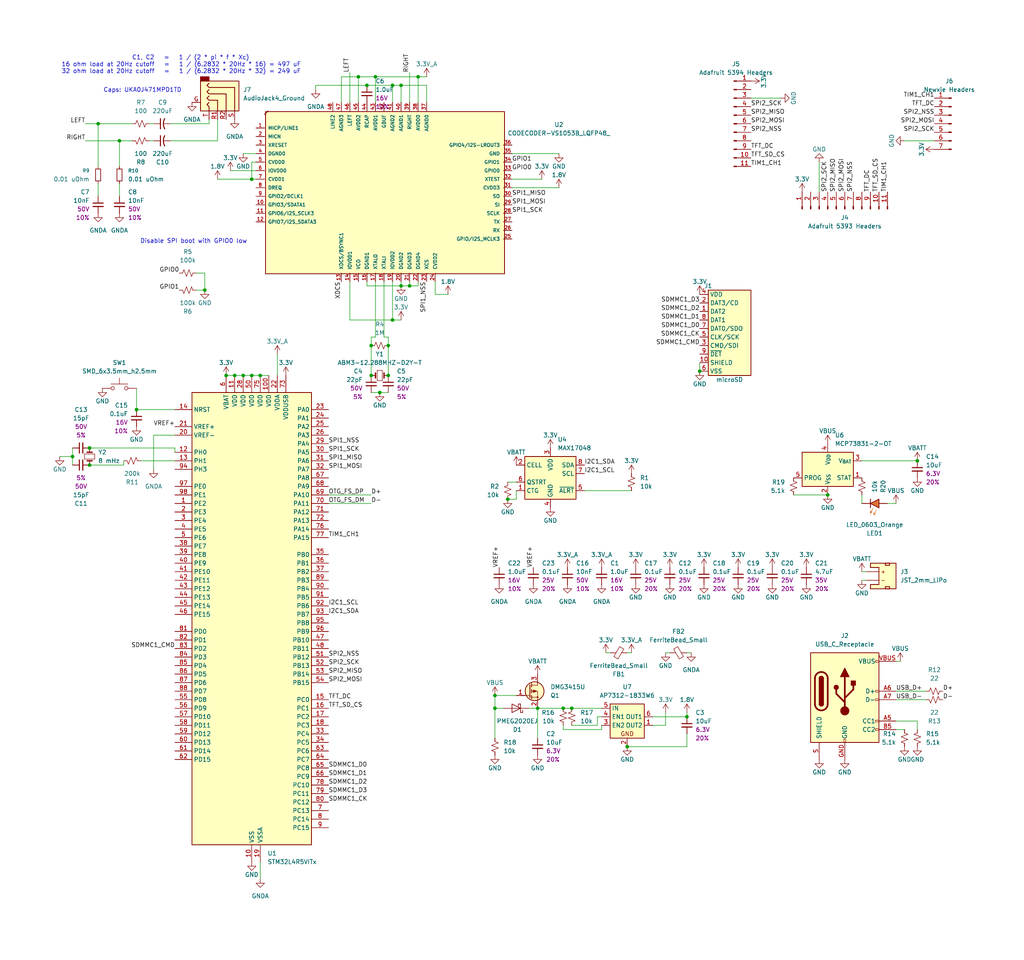
<source format=kicad_sch>
(kicad_sch (version 20250114) (generator "eeschema") (generator_version "9.0")
  (paper "User" 304.8 285.75)
  (title_block (title "MY-MP3") (date "2025-10-24") (rev "3") (company "M.Y.Tech"))
  (text "Disable SPI boot with GPIO0 low\n" (at 57.658 71.882 0) (effects (font (size 1.27 1.27))))
  (text "				 C1, C2   =   1 / (2 * pi * f * Xc)\n16 ohm load at 20Hz cutoff   =   1 / (6.2832 * 20Hz * 16) = 497 uF\n32 ohm load at 20Hz cutoff   =   1 / (6.2832 * 20Hz * 32) = 249 uF" (at 18.288 19.304 0) (effects (font (size 1.27 1.27)) (justify left)))
  (text "Caps: UKA0J471MPD1TD\n" (at 42.418 26.924 0) (effects (font (size 1.27 1.27))))
  (junction (at 273.05 137.16))
  (junction (at 204.47 213.36))
  (junction (at 121.92 85.09))
  (junction (at 29.21 36.83))
  (junction (at 115.57 102.87))
  (junction (at 170.18 210.82))
  (junction (at 160.02 210.82))
  (junction (at 186.69 222.25))
  (junction (at 69.85 111.76))
  (junction (at 26.67 138.43))
  (junction (at 67.31 111.76))
  (junction (at 106.68 22.86))
  (junction (at 110.49 111.76))
  (junction (at 147.32 210.82))
  (junction (at 116.84 25.4))
  (junction (at 35.56 41.91))
  (junction (at 124.46 22.86))
  (junction (at 115.57 111.76))
  (junction (at 74.93 111.76))
  (junction (at 72.39 111.76))
  (junction (at 77.47 111.76))
  (junction (at 119.38 25.4))
  (junction (at 151.13 148.59))
  (junction (at 60.96 86.36))
  (junction (at 111.76 22.86))
  (junction (at 113.03 116.84))
  (junction (at 208.28 110.49))
  (junction (at 246.38 147.32))
  (junction (at 119.38 85.09))
  (junction (at 110.49 102.87))
  (junction (at 26.67 133.35))
  (junction (at 109.22 25.4))
  (junction (at 21.59 135.89))
  (junction (at 40.64 121.92))
  (junction (at 116.84 95.25))
  (junction (at 147.32 207.01))
  (junction (at 167.64 210.82))
  (junction (at 74.93 53.34))
  (wire (pts (xy 177.8 215.9) (xy 177.8 213.36)))
  (wire (pts (xy 187.96 194.31) (xy 186.69 194.31)))
  (wire (pts (xy 29.21 36.83) (xy 39.37 36.83)))
  (wire (pts (xy 26.67 138.43) (xy 36.83 138.43)))
  (wire (pts (xy 52.07 133.35) (xy 52.07 134.62)))
  (wire (pts (xy 157.48 210.82) (xy 160.02 210.82)))
  (wire (pts (xy 45.72 36.83) (xy 44.45 36.83)))
  (wire (pts (xy 40.64 121.92) (xy 52.07 121.92)))
  (wire (pts (xy 151.13 143.51) (xy 153.67 143.51)))
  (wire (pts (xy 127 25.4) (xy 119.38 25.4)))
  (wire (pts (xy 69.85 111.76) (xy 72.39 111.76)))
  (wire (pts (xy 114.3 100.33) (xy 115.57 100.33)))
  (wire (pts (xy 179.07 217.17) (xy 179.07 215.9)))
  (wire (pts (xy 127 25.4) (xy 127 30.48)))
  (wire (pts (xy 204.47 222.25) (xy 204.47 218.44)))
  (wire (pts (xy 124.46 22.86) (xy 124.46 30.48)))
  (wire (pts (xy 77.47 111.76) (xy 80.01 111.76)))
  (wire (pts (xy 269.24 41.91) (xy 278.13 41.91)))
  (wire (pts (xy 147.32 207.01) (xy 147.32 210.82)))
  (wire (pts (xy 198.12 215.9) (xy 194.31 215.9)))
  (wire (pts (xy 129.54 87.63) (xy 129.54 83.82)))
  (wire (pts (xy 119.38 85.09) (xy 119.38 83.82)))
  (wire (pts (xy 60.96 81.28) (xy 60.96 86.36)))
  (wire (pts (xy 106.68 22.86) (xy 101.6 22.86)))
  (wire (pts (xy 153.67 146.05) (xy 153.67 148.59)))
  (wire (pts (xy 170.18 210.82) (xy 179.07 210.82)))
  (wire (pts (xy 74.93 48.26) (xy 74.93 53.34)))
  (wire (pts (xy 177.8 213.36) (xy 179.07 213.36)))
  (wire (pts (xy 266.7 208.28) (xy 275.59 208.28)))
  (wire (pts (xy 116.84 25.4) (xy 116.84 30.48)))
  (wire (pts (xy 67.31 111.76) (xy 69.85 111.76)))
  (wire (pts (xy 167.64 217.17) (xy 179.07 217.17)))
  (wire (pts (xy 109.22 85.09) (xy 119.38 85.09)))
  (wire (pts (xy 121.92 85.09) (xy 119.38 85.09)))
  (wire (pts (xy 127 22.86) (xy 124.46 22.86)))
  (wire (pts (xy 104.14 95.25) (xy 116.84 95.25)))
  (wire (pts (xy 104.14 83.82) (xy 104.14 95.25)))
  (wire (pts (xy 204.47 212.09) (xy 204.47 213.36)))
  (wire (pts (xy 236.22 147.32) (xy 246.38 147.32)))
  (wire (pts (xy 152.4 55.88) (xy 166.37 55.88)))
  (wire (pts (xy 106.68 22.86) (xy 106.68 30.48)))
  (wire (pts (xy 115.57 100.33) (xy 115.57 102.87)))
  (wire (pts (xy 68.58 50.8) (xy 76.2 50.8)))
  (wire (pts (xy 82.55 105.41) (xy 82.55 111.76)))
  (wire (pts (xy 256.54 149.86) (xy 256.54 147.32)))
  (wire (pts (xy 198.12 212.09) (xy 198.12 215.9)))
  (wire (pts (xy 116.84 83.82) (xy 116.84 95.25)))
  (wire (pts (xy 205.74 194.31) (xy 204.47 194.31)))
  (wire (pts (xy 35.56 54.61) (xy 35.56 58.42)))
  (wire (pts (xy 64.77 41.91) (xy 64.77 35.56)))
  (wire (pts (xy 110.49 100.33) (xy 110.49 102.87)))
  (wire (pts (xy 36.83 138.43) (xy 36.83 137.16)))
  (wire (pts (xy 264.16 149.86) (xy 266.7 149.86)))
  (wire (pts (xy 111.76 22.86) (xy 106.68 22.86)))
  (wire (pts (xy 101.6 22.86) (xy 101.6 30.48)))
  (wire (pts (xy 21.59 135.89) (xy 21.59 138.43)))
  (wire (pts (xy 147.32 210.82) (xy 147.32 219.71)))
  (wire (pts (xy 109.22 83.82) (xy 109.22 85.09)))
  (wire (pts (xy 60.96 81.28) (xy 58.42 81.28)))
  (wire (pts (xy 58.42 86.36) (xy 60.96 86.36)))
  (wire (pts (xy 110.49 116.84) (xy 113.03 116.84)))
  (wire (pts (xy 124.46 22.86) (xy 111.76 22.86)))
  (wire (pts (xy 97.79 149.86) (xy 110.49 149.86)))
  (wire (pts (xy 267.97 196.85) (xy 266.7 196.85)))
  (wire (pts (xy 26.67 133.35) (xy 52.07 133.35)))
  (wire (pts (xy 121.92 83.82) (xy 121.92 85.09)))
  (wire (pts (xy 116.84 25.4) (xy 109.22 25.4)))
  (wire (pts (xy 111.76 100.33) (xy 110.49 100.33)))
  (wire (pts (xy 273.05 214.63) (xy 266.7 214.63)))
  (wire (pts (xy 113.03 116.84) (xy 115.57 116.84)))
  (wire (pts (xy 50.8 36.83) (xy 62.23 36.83)))
  (wire (pts (xy 243.84 48.26) (xy 243.84 57.15)))
  (wire (pts (xy 160.02 219.71) (xy 160.02 210.82)))
  (wire (pts (xy 62.23 36.83) (xy 62.23 35.56)))
  (wire (pts (xy 198.12 194.31) (xy 199.39 194.31)))
  (wire (pts (xy 170.18 215.9) (xy 177.8 215.9)))
  (wire (pts (xy 111.76 83.82) (xy 111.76 100.33)))
  (wire (pts (xy 160.02 210.82) (xy 167.64 210.82)))
  (wire (pts (xy 147.32 207.01) (xy 153.67 207.01)))
  (wire (pts (xy 104.14 21.59) (xy 104.14 30.48)))
  (wire (pts (xy 35.56 41.91) (xy 35.56 49.53)))
  (wire (pts (xy 72.39 45.72) (xy 76.2 45.72)))
  (wire (pts (xy 273.05 137.16) (xy 256.54 137.16)))
  (wire (pts (xy 74.93 53.34) (xy 76.2 53.34)))
  (wire (pts (xy 45.72 129.54) (xy 52.07 129.54)))
  (wire (pts (xy 186.69 222.25) (xy 204.47 222.25)))
  (wire (pts (xy 74.93 111.76) (xy 77.47 111.76)))
  (wire (pts (xy 153.67 148.59) (xy 151.13 148.59)))
  (wire (pts (xy 167.64 215.9) (xy 167.64 217.17)))
  (wire (pts (xy 17.78 135.89) (xy 21.59 135.89)))
  (wire (pts (xy 152.4 45.72) (xy 166.37 45.72)))
  (wire (pts (xy 64.77 53.34) (xy 74.93 53.34)))
  (wire (pts (xy 50.8 41.91) (xy 64.77 41.91)))
  (wire (pts (xy 93.98 25.4) (xy 109.22 25.4)))
  (wire (pts (xy 124.46 85.09) (xy 121.92 85.09)))
  (wire (pts (xy 133.35 87.63) (xy 129.54 87.63)))
  (wire (pts (xy 25.4 36.83) (xy 29.21 36.83)))
  (wire (pts (xy 45.72 139.7) (xy 45.72 129.54)))
  (wire (pts (xy 35.56 41.91) (xy 39.37 41.91)))
  (wire (pts (xy 41.91 137.16) (xy 52.07 137.16)))
  (wire (pts (xy 25.4 41.91) (xy 35.56 41.91)))
  (wire (pts (xy 40.64 115.57) (xy 40.64 121.92)))
  (wire (pts (xy 121.92 21.59) (xy 121.92 30.48)))
  (wire (pts (xy 266.7 217.17) (xy 269.24 217.17)))
  (wire (pts (xy 180.34 194.31) (xy 181.61 194.31)))
  (wire (pts (xy 93.98 26.67) (xy 93.98 25.4)))
  (wire (pts (xy 119.38 25.4) (xy 116.84 25.4)))
  (wire (pts (xy 97.79 147.32) (xy 110.49 147.32)))
  (wire (pts (xy 124.46 83.82) (xy 124.46 85.09)))
  (wire (pts (xy 256.54 170.18) (xy 257.81 170.18)))
  (wire (pts (xy 194.31 213.36) (xy 204.47 213.36)))
  (wire (pts (xy 266.7 205.74) (xy 275.59 205.74)))
  (wire (pts (xy 152.4 53.34) (xy 161.29 53.34)))
  (wire (pts (xy 77.47 261.62) (xy 77.47 256.54)))
  (wire (pts (xy 21.59 133.35) (xy 21.59 135.89)))
  (wire (pts (xy 232.41 29.21) (xy 223.52 29.21)))
  (wire (pts (xy 173.99 146.05) (xy 187.96 146.05)))
  (wire (pts (xy 147.32 210.82) (xy 149.86 210.82)))
  (wire (pts (xy 72.39 111.76) (xy 74.93 111.76)))
  (wire (pts (xy 29.21 36.83) (xy 29.21 49.53)))
  (wire (pts (xy 29.21 54.61) (xy 29.21 58.42)))
  (wire (pts (xy 273.05 217.17) (xy 273.05 214.63)))
  (wire (pts (xy 119.38 25.4) (xy 119.38 30.48)))
  (wire (pts (xy 76.2 48.26) (xy 74.93 48.26)))
  (wire (pts (xy 114.3 83.82) (xy 114.3 100.33)))
  (wire (pts (xy 167.64 210.82) (xy 170.18 210.82)))
  (wire (pts (xy 115.57 102.87) (xy 115.57 111.76)))
  (wire (pts (xy 208.28 107.95) (xy 208.28 110.49)))
  (wire (pts (xy 116.84 95.25) (xy 119.38 95.25)))
  (wire (pts (xy 111.76 22.86) (xy 111.76 30.48)))
  (wire (pts (xy 44.45 41.91) (xy 45.72 41.91)))
  (wire (pts (xy 110.49 102.87) (xy 110.49 111.76)))
  (wire (pts (xy 256.54 172.72) (xy 257.81 172.72)))
  (label "LEFT" (at 104.14 21.59 90))
  (label "D+" (at 280.67 205.74 0))
  (label "SPI1_MOSI" (at 97.79 139.7 0))
  (label "SPI1_SCK" (at 152.4 63.5 0))
  (label "TIM1_CH1" (at 223.52 49.53 0))
  (label "SDMMC1_CMD" (at 52.07 193.04 180))
  (label "SPI2_MISO" (at 248.92 57.15 90))
  (label "SPI2_MISO" (at 223.52 34.29 0))
  (label "TFT_DC" (at 278.13 31.75 180))
  (label "SDMMC1_D1" (at 97.79 231.14 0))
  (label "SDMMC1_D0" (at 208.28 97.79 180))
  (label "SPI1_MISO" (at 97.79 137.16 0))
  (label "SDMMC1_D2" (at 208.28 92.71 180))
  (label "TFT_DC" (at 223.52 44.45 0))
  (label "SPI2_SCK" (at 223.52 31.75 0))
  (label "SDMMC1_D3" (at 208.28 90.17 180))
  (label "RIGHT" (at 121.92 21.59 90))
  (label "USB_D-" (at 266.7 208.28 0))
  (label "TIM1_CH1" (at 97.79 160.02 0))
  (label "SDMMC1_D0" (at 97.79 228.6 0))
  (label "I2C1_SCL" (at 97.79 180.34 0))
  (label "TFT_SD_CS" (at 261.62 57.15 90))
  (label "OTG_FS_DM" (at 97.79 149.86 0))
  (label "SPI2_MOSI" (at 223.52 36.83 0))
  (label "TFT_DC" (at 97.79 208.28 0))
  (label "SDMMC1_D2" (at 97.79 233.68 0))
  (label "TFT_SD_CS" (at 223.52 46.99 0))
  (label "SPI2_MISO" (at 97.79 200.66 0))
  (label "RIGHT" (at 25.4 41.91 180))
  (label "I2C1_SDA" (at 97.79 182.88 0))
  (label "D-" (at 280.67 208.28 0))
  (label "I2C1_SCL" (at 173.99 140.97 0))
  (label "USB_D+" (at 266.7 205.74 0))
  (label "TFT_DC" (at 259.08 57.15 90))
  (label "GPIO1" (at 152.4 48.26 0))
  (label "SPI2_MOSI" (at 97.79 203.2 0))
  (label "SDMMC1_D3" (at 97.79 236.22 0))
  (label "SPI2_SCK" (at 246.38 57.15 90))
  (label "GPIO0" (at 152.4 50.8 0))
  (label "SPI1_NSS" (at 127 83.82 270))
  (label "SPI2_NSS" (at 254 57.15 90))
  (label "SPI2_NSS" (at 278.13 34.29 180))
  (label "VREF+" (at 148.59 168.91 90))
  (label "LEFT" (at 25.4 36.83 180))
  (label "SPI2_SCK" (at 97.79 198.12 0))
  (label "D+" (at 110.49 147.32 0))
  (label "SPI2_NSS" (at 97.79 195.58 0))
  (label "SPI1_SCK" (at 97.79 134.62 0))
  (label "SPI1_MOSI" (at 152.4 60.96 0))
  (label "SDMMC1_CMD" (at 208.28 102.87 180))
  (label "SPI2_MOSI" (at 278.13 36.83 180))
  (label "XDCS" (at 101.6 83.82 270))
  (label "OTG_FS_DP" (at 97.79 147.32 0))
  (label "TIM1_CH1" (at 278.13 29.21 180))
  (label "SPI2_MOSI" (at 251.46 57.15 90))
  (label "SPI1_NSS" (at 97.79 132.08 0))
  (label "I2C1_SDA" (at 173.99 138.43 0))
  (label "VREF+" (at 52.07 127 180))
  (label "D-" (at 110.49 149.86 0))
  (label "GPIO0" (at 53.34 81.28 180))
  (label "SDMMC1_D1" (at 208.28 95.25 180))
  (label "SPI2_SCK" (at 278.13 39.37 180))
  (label "SPI2_NSS" (at 223.52 39.37 0))
  (label "SDMMC1_CK" (at 208.28 100.33 180))
  (label "SPI1_MISO" (at 152.4 58.42 0))
  (label "SDMMC1_CK" (at 97.79 238.76 0))
  (label "TIM1_CH1" (at 264.16 57.15 90))
  (label "GPIO1" (at 53.34 86.36 180))
  (label "VREF+" (at 158.75 168.91 90))
  (label "TFT_SD_CS" (at 97.79 210.82 0))
  (symbol (lib_id "PCM_LED_AKL:LED_0603_Orange") (at 260.35 149.86 180) (unit 1)
    (property "Reference" "LED1" (at 260.35 158.75 0))
    (property "Value" "LED_0603_Orange" (at 260.35 156.21 0))
    (property "Footprint" "PCM_LED_SMD_AKL:LED_0603_1608Metric" (effects (hide yes)))
    (property "Description" "Orange SMD LED, 0603, Alternate KiCad Library" (effects (hide yes)))
  )
  (symbol (lib_id "PCM_SparkFun-Capacitor:1.0uF_0603_16V_10%") (at 179.07 171.45 180) (unit 1)
    (property "Reference" "C1" (at 181.61 167.6335 0) (effects (justify right)))
    (property "Value" "1.0uF" (at 181.61 170.1735 0) (effects (justify right)))
    (property "Footprint" "PCM_SparkFun-Capacitor:C_0603_1608Metric" (effects (hide yes)))
    (property "Datasheet" "https://cdn.sparkfun.com/assets/8/a/4/a/5/Kemet_Capacitor_Datasheet.pdf" (effects (hide yes)))
    (property "Description" "Unpolarized capacitor" (effects (hide yes)))
    (property "PROD_ID" "CAP-13930" (effects (hide yes)))
    (property "Voltage" "16V" (at 181.61 172.7135 0) (effects (justify right)))
    (property "Tolerance" "10%" (at 181.61 175.2535 0) (effects (justify right)))
  )
  (symbol (lib_id "PCM_SparkFun-Capacitor:22pF_0402_50V_5%") (at 115.57 114.3 0) (unit 1)
    (property "Reference" "C5" (at 118.11 110.4962 0) (effects (justify left)))
    (property "Value" "22pF" (at 118.11 113.0362 0) (effects (justify left)))
    (property "Footprint" "PCM_SparkFun-Capacitor:C_0402_1005Metric" (effects (hide yes)))
    (property "Datasheet" "https://cdn.sparkfun.com/assets/8/a/4/a/5/Kemet_Capacitor_Datasheet.pdf" (effects (hide yes)))
    (property "Description" "Unpolarized capacitor" (effects (hide yes)))
    (property "PROD_ID" "CAP-25012" (effects (hide yes)))
    (property "Voltage" "50V" (at 118.11 115.5762 0) (effects (justify left)))
    (property "Tolerance" "5%" (at 118.11 118.1162 0) (effects (justify left)))
  )
  (symbol (lib_id "Battery_Management:MCP73831-2-OT") (at 246.38 139.7 0) (unit 1)
    (property "Reference" "U6" (at 248.5233 129.54 0) (effects (justify left)))
    (property "Value" "MCP73831-2-OT" (at 248.5233 132.08 0) (effects (justify left)))
    (property "Footprint" "Package_TO_SOT_SMD:SOT-23-5" (effects (hide yes)))
    (property "Datasheet" "http://ww1.microchip.com/downloads/en/DeviceDoc/20001984g.pdf" (effects (hide yes)))
    (property "Description" "Single cell, Li-Ion/Li-Po charge management controller, 4.20V, Tri-State Status Output, in SOT23-5 package" (effects (hide yes)))
  )
  (symbol (lib_id "PCM_SparkFun-Connector:microSD_PushPush") (at 217.17 100.33 0) (unit 1)
    (property "Reference" "J1" (at 210.82 85.09 0))
    (property "Value" "microSD" (at 217.17 113.03 0))
    (property "Footprint" "PCM_SparkFun-Connector:microSD_External_Pin" (effects (hide yes)))
    (property "Datasheet" "https://cdn.sparkfun.com/assets/a/d/6/0/8/microSD_Datasheet_msd-1-a.pdf" (effects (hide yes)))
    (property "Description" "Micro SD socket External Pin" (effects (hide yes)))
    (property "PROD_ID" "CONN-16110" (effects (hide yes)))
  )
  (symbol (lib_id "PCM_SparkFun-PowerSymbol:VBUS") (at 147.32 207.01 0) (unit 1)
    (property "Reference" "#PWR054" (effects (hide yes)))
    (property "Value" "VBUS" (at 147.32 203.2 0))
    (property "Description" "Power symbol creates a global label with name \"VBUS\"" (effects (hide yes)))
  )
  (symbol (lib_id "PCM_SparkFun-Connector:USB_C_Receptacle") (at 251.46 205.74 0) (unit 1)
    (property "Reference" "J2" (at 251.46 189.23 0))
    (property "Value" "USB_C_Receptacle" (at 251.46 191.77 0))
    (property "Footprint" "PCM_SparkFun-Connector:USB-C_16" (effects (hide yes)))
    (property "Datasheet" "https://www.usb.org/sites/default/files/documents/usb_type-c.zip" (effects (hide yes)))
    (property "Description" "USB 2.0-only Type-C Receptacle connector" (effects (hide yes)))
    (property "PROD_ID" "CONN-14122" (effects (hide yes)))
  )
  (symbol (lib_id "PCM_SparkFun-Resistor:200k_0603") (at 39.37 137.16 0) (mirror y) (unit 1)
    (property "Reference" "R11" (at 39.37 143.51 0))
    (property "Value" "200k" (at 39.37 140.97 0))
    (property "Footprint" "PCM_SparkFun-Resistor:R_0603_1608Metric" (effects (hide yes)))
    (property "Datasheet" "https://www.vishay.com/docs/20035/dcrcwe3.pdf" (effects (hide yes)))
    (property "Description" "Resistor" (effects (hide yes)))
    (property "PROD_ID" "RES-09385" (effects (hide yes)))
  )
  (symbol (lib_id "PCM_SparkFun-Resistor:5.1k_0603") (at 273.05 219.71 270) (mirror x) (unit 1)
    (property "Reference" "R15" (at 275.59 218.4399 90) (effects (justify left)))
    (property "Value" "5.1k" (at 275.59 220.9799 90) (effects (justify left)))
    (property "Footprint" "PCM_SparkFun-Resistor:R_0603_1608Metric" (effects (hide yes)))
    (property "Datasheet" "https://www.vishay.com/docs/20035/dcrcwe3.pdf" (effects (hide yes)))
    (property "Description" "Resistor" (effects (hide yes)))
    (property "PROD_ID" "RES-12083" (effects (hide yes)))
  )
  (symbol (lib_id "power:GNDA") (at 57.15 30.48 0) (unit 1)
    (property "Reference" "#PWR044" (effects (hide yes)))
    (property "Value" "GNDA" (at 57.15 35.56 0))
    (property "Description" "Power symbol creates a global label with name \"GNDA\" , analog ground" (effects (hide yes)))
  )
  (symbol (lib_id "PCM_SparkFun-PowerSymbol:GND") (at 119.38 85.09 0) (unit 1)
    (property "Reference" "#PWR035" (effects (hide yes)))
    (property "Value" "GND" (at 119.38 88.9 0))
    (property "Description" "Power symbol creates a global label with name \"GND\" , ground" (effects (hide yes)))
  )
  (symbol (lib_id "PCM_SparkFun-Resistor:10k_0603") (at 147.32 222.25 90) (unit 1)
    (property "Reference" "R18" (at 149.86 220.9799 90) (effects (justify right)))
    (property "Value" "10k" (at 149.86 223.5199 90) (effects (justify right)))
    (property "Footprint" "PCM_SparkFun-Resistor:R_0603_1608Metric" (effects (hide yes)))
    (property "Datasheet" "https://www.vishay.com/docs/20035/dcrcwe3.pdf" (effects (hide yes)))
    (property "Description" "Resistor" (effects (hide yes)))
    (property "PROD_ID" "RES-00824" (effects (hide yes)))
  )
  (symbol (lib_id "PCM_SparkFun-PowerSymbol:3.3V") (at 187.96 140.97 0) (unit 1)
    (property "Reference" "#PWR06" (effects (hide yes)))
    (property "Value" "3.3V" (at 187.96 137.16 0))
    (property "Description" "Power symbol creates a global label with name \"3.3V\"" (effects (hide yes)))
  )
  (symbol (lib_id "Device:FerriteBead_Small") (at 201.93 194.31 270) (mirror x) (unit 1)
    (property "Reference" "FB2" (at 201.9681 187.96 90))
    (property "Value" "FerriteBead_Small" (at 201.9681 190.5 90))
    (property "Footprint" "Inductor_SMD:L_0603_1608Metric_Pad1.05x0.95mm_HandSolder" (effects (hide yes)))
    (property "Description" "Ferrite bead, small symbol" (effects (hide yes)))
  )
  (symbol (lib_id "PCM_SparkFun-Resistor:5.1k_0603") (at 236.22 144.78 90) (unit 1)
    (property "Reference" "R19" (at 233.68 143.5099 90) (effects (justify left)))
    (property "Value" "5.1k" (at 233.68 146.0499 90) (effects (justify left)))
    (property "Footprint" "PCM_SparkFun-Resistor:R_0603_1608Metric" (effects (hide yes)))
    (property "Datasheet" "https://www.vishay.com/docs/20035/dcrcwe3.pdf" (effects (hide yes)))
    (property "Description" "Resistor" (effects (hide yes)))
    (property "PROD_ID" "RES-12083" (effects (hide yes)))
  )
  (symbol (lib_id "PCM_SparkFun-PowerSymbol:3.3V") (at 199.39 168.91 0) (unit 1)
    (property "Reference" "#PWR057" (effects (hide yes)))
    (property "Value" "3.3V" (at 199.39 165.1 0))
    (property "Description" "Power symbol creates a global label with name \"3.3V\"" (effects (hide yes)))
  )
  (symbol (lib_id "PCM_SparkFun-PowerSymbol:GND") (at 199.39 173.99 0) (unit 1)
    (property "Reference" "#PWR074" (effects (hide yes)))
    (property "Value" "GND" (at 199.39 177.8 0))
    (property "Description" "Power symbol creates a global label with name \"GND\" , ground" (effects (hide yes)))
  )
  (symbol (lib_id "PCM_SparkFun-PowerSymbol:3.3V_A") (at 179.07 168.91 0) (unit 1)
    (property "Reference" "#PWR025" (effects (hide yes)))
    (property "Value" "3.3V_A" (at 179.07 165.1 0))
    (property "Description" "Power symbol creates a global label with name \"3.3V_A\"" (effects (hide yes)))
  )
  (symbol (lib_id "PCM_SparkFun-PowerSymbol:GND") (at 17.78 135.89 0) (unit 1)
    (property "Reference" "#PWR047" (effects (hide yes)))
    (property "Value" "GND" (at 17.78 139.7 0))
    (property "Description" "Power symbol creates a global label with name \"GND\" , ground" (effects (hide yes)))
  )
  (symbol (lib_id "PCM_SparkFun-PowerSymbol:3.3V") (at 219.71 168.91 0) (unit 1)
    (property "Reference" "#PWR071" (effects (hide yes)))
    (property "Value" "3.3V" (at 219.71 165.1 0))
    (property "Description" "Power symbol creates a global label with name \"3.3V\"" (effects (hide yes)))
  )
  (symbol (lib_id "PCM_SparkFun-PowerSymbol:3.3V") (at 85.09 111.76 0) (unit 1)
    (property "Reference" "#PWR066" (effects (hide yes)))
    (property "Value" "3.3V" (at 85.09 107.95 0))
    (property "Description" "Power symbol creates a global label with name \"3.3V\"" (effects (hide yes)))
  )
  (symbol (lib_id "PCM_SparkFun-PowerSymbol:GND") (at 186.69 222.25 0) (unit 1)
    (property "Reference" "#PWR029" (effects (hide yes)))
    (property "Value" "GND" (at 186.69 226.06 0))
    (property "Description" "Power symbol creates a global label with name \"GND\" , ground" (effects (hide yes)))
  )
  (symbol (lib_id "PCM_SparkFun-PowerSymbol:VBUS") (at 267.97 196.85 0) (unit 1)
    (property "Reference" "#PWR048" (effects (hide yes)))
    (property "Value" "VBUS" (at 267.97 193.04 0))
    (property "Description" "Power symbol creates a global label with name \"VBUS\"" (effects (hide yes)))
  )
  (symbol (lib_id "Device:C_Small_US") (at 48.26 41.91 90) (mirror x) (unit 1)
    (property "Reference" "C10" (at 48.387 48.26 90))
    (property "Value" "220uF" (at 48.387 45.72 90))
    (property "Description" "capacitor, small US symbol" (effects (hide yes)))
  )
  (symbol (lib_id "PCM_SparkFun-PowerSymbol:GND") (at 198.12 194.31 0) (unit 1)
    (property "Reference" "#PWR022" (effects (hide yes)))
    (property "Value" "GND" (at 198.12 198.12 0))
    (property "Description" "Power symbol creates a global label with name \"GND\" , ground" (effects (hide yes)))
  )
  (symbol (lib_id "Device:R_Small") (at 35.56 52.07 0) (mirror y) (unit 1)
    (property "Reference" "R10" (at 38.1 50.7999 0) (effects (font (size 1.016 1.016)) (justify right)))
    (property "Value" "0.01 uOhm" (at 38.1 53.3399 0) (effects (justify right)))
    (property "Description" "Resistor, small symbol" (effects (hide yes)))
  )
  (symbol (lib_id "Connector:Conn_01x07_Pin") (at 283.21 36.83 0) (mirror y) (unit 1)
    (property "Reference" "J6" (at 282.575 24.13 0))
    (property "Value" "Newxie Headers" (at 282.575 26.67 0))
    (property "Footprint" "Connector_PinSocket_2.54mm:PinSocket_1x07_P2.54mm_Vertical" (effects (hide yes)))
    (property "Description" "Generic connector, single row, 01x07, script generated" (effects (hide yes)))
  )
  (symbol (lib_id "PCM_SparkFun-PowerSymbol:3.3V") (at 278.13 44.45 90) (unit 1)
    (property "Reference" "#PWR019" (effects (hide yes)))
    (property "Value" "3.3V" (at 274.32 44.45 0))
    (property "Description" "Power symbol creates a global label with name \"3.3V\"" (effects (hide yes)))
  )
  (symbol (lib_id "Connector:Conn_01x11_Pin") (at 251.46 62.23 90) (unit 1)
    (property "Reference" "J4" (at 251.46 64.77 90))
    (property "Value" "Adafruit 5393 Headers" (at 251.46 67.31 90))
    (property "Footprint" "Connector_PinSocket_2.54mm:PinSocket_1x11_P2.54mm_Vertical" (effects (hide yes)))
    (property "Description" "Generic connector, single row, 01x11, script generated" (effects (hide yes)))
  )
  (symbol (lib_id "PCM_SparkFun-PowerSymbol:3.3V") (at 240.03 168.91 0) (unit 1)
    (property "Reference" "#PWR079" (effects (hide yes)))
    (property "Value" "3.3V" (at 240.03 165.1 0))
    (property "Description" "Power symbol creates a global label with name \"3.3V\"" (effects (hide yes)))
  )
  (symbol (lib_id "MCU_ST_STM32L4:STM32L4R5VITx") (at 74.93 185.42 0) (unit 1)
    (property "Reference" "U1" (at 79.6133 254 0) (effects (justify left)))
    (property "Value" "STM32L4R5VITx" (at 79.6133 256.54 0) (effects (justify left)))
    (property "Footprint" "Package_QFP:LQFP-100_14x14mm_P0.5mm" (effects (hide yes)))
    (property "Datasheet" "https://www.st.com/resource/en/datasheet/stm32l4r5vi.pdf" (effects (hide yes)))
    (property "Description" "STMicroelectronics Arm Cortex-M4 MCU, 2048KB flash, 640KB RAM, 120 MHz, 1.71-3.6V, 83 GPIO, LQFP100" (effects (hide yes)))
  )
  (symbol (lib_id "PCM_SparkFun-Capacitor:0.1uF_0603_25V_20%") (at 209.55 171.45 0) (unit 1)
    (property "Reference" "C18" (at 212.09 167.6462 0) (effects (justify left)))
    (property "Value" "0.1uF" (at 212.09 170.1862 0) (effects (justify left)))
    (property "Footprint" "PCM_SparkFun-Capacitor:C_0603_1608Metric" (effects (hide yes)))
    (property "Datasheet" "https://cdn.sparkfun.com/assets/8/a/4/a/5/Kemet_Capacitor_Datasheet.pdf" (effects (hide yes)))
    (property "Description" "Unpolarized capacitor" (effects (hide yes)))
    (property "PROD_ID" "CAP-00810" (effects (hide yes)))
    (property "Voltage" "25V" (at 212.09 172.7262 0) (effects (justify left)))
    (property "Tolerance" "20%" (at 212.09 175.2662 0) (effects (justify left)))
  )
  (symbol (lib_id "PCM_SparkFun-PowerSymbol:GND") (at 74.93 256.54 0) (unit 1)
    (property "Reference" "#PWR010" (effects (hide yes)))
    (property "Value" "GND" (at 74.93 260.35 0))
    (property "Description" "Power symbol creates a global label with name \"GND\" , ground" (effects (hide yes)))
  )
  (symbol (lib_id "PCM_SparkFun-Switch:SPST_Push_SMD_6x3.5mm_h2.5mm") (at 35.56 115.57 0) (unit 1)
    (property "Reference" "SW1" (at 35.56 107.95 0))
    (property "Value" "SMD_6x3.5mm_h2.5mm" (at 35.56 110.49 0))
    (property "Footprint" "PCM_SparkFun-Switch:Push_SMD_6x3.5mm" (effects (hide yes)))
    (property "Datasheet" "https://www.sparkfun.com/datasheets/Components/1101.pdf" (effects (hide yes)))
    (property "Description" "Single Pole Single Throw (SPST) switch" (effects (hide yes)))
    (property "PROD_ID" "SWCH-14278" (effects (hide yes)))
    (property "Mfg Part#" "8-004 SMD Button 8x3.6mm Height=2.5mm" (effects (hide yes)))
  )
  (symbol (lib_id "Device:R_Small") (at 29.21 52.07 0) (unit 1)
    (property "Reference" "R9" (at 26.67 50.7999 0) (effects (font (size 1.016 1.016)) (justify right)))
    (property "Value" "0.01 uOhm" (at 26.67 53.3399 0) (effects (justify right)))
    (property "Description" "Resistor, small symbol" (effects (hide yes)))
  )
  (symbol (lib_id "power:GNDA") (at 205.74 194.31 0) (unit 1)
    (property "Reference" "#PWR023" (effects (hide yes)))
    (property "Value" "GNDA" (at 205.74 199.39 0))
    (property "Description" "Power symbol creates a global label with name \"GNDA\" , analog ground" (effects (hide yes)))
  )
  (symbol (lib_id "PCM_SparkFun-PowerSymbol:GND") (at 273.05 142.24 0) (unit 1)
    (property "Reference" "#PWR064" (effects (hide yes)))
    (property "Value" "GND" (at 273.05 146.05 0))
    (property "Description" "Power symbol creates a global label with name \"GND\" , ground" (effects (hide yes)))
  )
  (symbol (lib_id "PCM_SparkFun-PowerSymbol:VBUS") (at 246.38 132.08 0) (unit 1)
    (property "Reference" "#PWR061" (effects (hide yes)))
    (property "Value" "VBUS" (at 246.38 128.27 0))
    (property "Description" "Power symbol creates a global label with name \"VBUS\"" (effects (hide yes)))
  )
  (symbol (lib_id "PCM_SparkFun-Capacitor:1.0uF_0603_16V_10%") (at 109.22 27.94 0) (unit 1)
    (property "Reference" "C6" (at 111.76 24.1362 0) (effects (justify left)))
    (property "Value" "1.0uF" (at 111.76 26.6762 0) (effects (justify left)))
    (property "Footprint" "PCM_SparkFun-Capacitor:C_0603_1608Metric" (effects (hide yes)))
    (property "Datasheet" "https://cdn.sparkfun.com/assets/8/a/4/a/5/Kemet_Capacitor_Datasheet.pdf" (effects (hide yes)))
    (property "Description" "Unpolarized capacitor" (effects (hide yes)))
    (property "PROD_ID" "CAP-13930" (effects (hide yes)))
    (property "Voltage" "16V" (at 111.76 29.2162 0) (effects (justify left)))
    (property "Tolerance" "10%" (at 111.76 31.7562 0) (effects (justify left)))
  )
  (symbol (lib_id "PCM_SparkFun-PowerSymbol:3.3V") (at 163.83 133.35 0) (unit 1)
    (property "Reference" "#PWR05" (effects (hide yes)))
    (property "Value" "3.3V" (at 163.83 129.54 0))
    (property "Description" "Power symbol creates a global label with name \"3.3V\"" (effects (hide yes)))
  )
  (symbol (lib_id "PCM_SparkFun-Capacitor:15pF_0603_50V_5%") (at 24.13 138.43 90) (mirror x) (unit 1)
    (property "Reference" "C11" (at 24.1363 149.86 90))
    (property "Value" "15pF" (at 24.1363 147.32 90))
    (property "Footprint" "PCM_SparkFun-Capacitor:C_0603_1608Metric" (effects (hide yes)))
    (property "Datasheet" "https://cdn.sparkfun.com/assets/8/a/4/a/5/Kemet_Capacitor_Datasheet.pdf" (effects (hide yes)))
    (property "Description" "Unpolarized capacitor" (effects (hide yes)))
    (property "PROD_ID" "CAP-07881" (effects (hide yes)))
    (property "Voltage" "50V" (at 24.1363 144.78 90))
    (property "Tolerance" "5%" (at 24.1363 142.24 90))
  )
  (symbol (lib_id "PCM_SparkFun-PowerSymbol:3.3V") (at 223.52 24.13 270) (unit 1)
    (property "Reference" "#PWR016" (effects (hide yes)))
    (property "Value" "3.3V" (at 227.33 24.13 0))
    (property "Description" "Power symbol creates a global label with name \"3.3V\"" (effects (hide yes)))
  )
  (symbol (lib_id "PCM_Voltage_Regulator_AKL:AP7312-1833W6") (at 186.69 215.9 0) (unit 1)
    (property "Reference" "U7" (at 186.69 204.47 0))
    (property "Value" "AP7312-1833W6" (at 186.69 207.01 0))
    (property "Footprint" "PCM_Package_TO_SOT_SMD_AKL:SOT-23-6" (effects (hide yes)))
    (property "Datasheet" "https://www.diodes.com/assets/Datasheets/products_inactive_data/AP7312.pdf" (effects (hide yes)))
    (property "Description" "SOT-23-6 Dual (OUT1: 1.8V, OUT2: 3.3V) 150mA low dropout voltage regulator with enable, Alternate KiCad Library" (effects (hide yes)))
  )
  (symbol (lib_id "Connector_Audio:AudioJack4_Ground") (at 67.31 30.48 270) (unit 1)
    (property "Reference" "J7" (at 72.39 26.6699 90) (effects (justify left)))
    (property "Value" "AudioJack4_Ground" (at 72.39 29.2099 90) (effects (justify left)))
    (property "Footprint" "Connector_Audio:Jack_3.5mm_CUI_SJ1-3525N_Horizontal" (effects (hide yes)))
    (property "Description" "Audio Jack, 4 Poles (TRRS), Grounded Sleeve" (effects (hide yes)))
  )
  (symbol (lib_id "power:GNDA") (at 148.59 173.99 0) (unit 1)
    (property "Reference" "#PWR012" (effects (hide yes)))
    (property "Value" "GNDA" (at 148.59 179.07 0))
    (property "Description" "Power symbol creates a global label with name \"GNDA\" , analog ground" (effects (hide yes)))
  )
  (symbol (lib_id "PCM_SparkFun-Resistor:10k_0603") (at 256.54 144.78 90) (unit 1)
    (property "Reference" "R20" (at 262.89 144.78 0))
    (property "Value" "10k" (at 260.35 144.78 0))
    (property "Footprint" "PCM_SparkFun-Resistor:R_0603_1608Metric" (effects (hide yes)))
    (property "Datasheet" "https://www.vishay.com/docs/20035/dcrcwe3.pdf" (effects (hide yes)))
    (property "Description" "Resistor" (effects (hide yes)))
    (property "PROD_ID" "RES-00824" (effects (hide yes)))
  )
  (symbol (lib_id "PCM_SparkFun-Resistor:100k_0603") (at 55.88 86.36 0) (mirror x) (unit 1)
    (property "Reference" "R6" (at 55.88 92.71 0))
    (property "Value" "100k" (at 55.88 90.17 0))
    (property "Footprint" "PCM_SparkFun-Resistor:R_0603_1608Metric" (effects (hide yes)))
    (property "Datasheet" "https://www.vishay.com/docs/20035/dcrcwe3.pdf" (effects (hide yes)))
    (property "Description" "Resistor" (effects (hide yes)))
    (property "PROD_ID" "RES-07828" (effects (hide yes)))
  )
  (symbol (lib_id "PCM_SparkFun-PowerSymbol:GND") (at 219.71 173.99 0) (unit 1)
    (property "Reference" "#PWR076" (effects (hide yes)))
    (property "Value" "GND" (at 219.71 177.8 0))
    (property "Description" "Power symbol creates a global label with name \"GND\" , ground" (effects (hide yes)))
  )
  (symbol (lib_id "PCM_SparkFun-Resistor:22_0603") (at 278.13 208.28 0) (mirror x) (unit 1)
    (property "Reference" "R13" (at 278.13 214.63 0))
    (property "Value" "22" (at 278.13 212.09 0))
    (property "Footprint" "PCM_SparkFun-Resistor:R_0603_1608Metric" (effects (hide yes)))
    (property "Datasheet" "https://www.vishay.com/docs/20035/dcrcwe3.pdf" (effects (hide yes)))
    (property "Description" "Resistor" (effects (hide yes)))
    (property "PROD_ID" "RES-08698" (effects (hide yes)))
  )
  (symbol (lib_id "PCM_SparkFun-PowerSymbol:VBATT") (at 153.67 138.43 0) (unit 1)
    (property "Reference" "#PWR03" (effects (hide yes)))
    (property "Value" "VBATT" (at 153.67 134.62 0))
    (property "Description" "Power symbol creates a global label with name \"VBATT\"" (effects (hide yes)))
  )
  (symbol (lib_id "PCM_SparkFun-PowerSymbol:GND") (at 160.02 224.79 0) (unit 1)
    (property "Reference" "#PWR028" (effects (hide yes)))
    (property "Value" "GND" (at 160.02 228.6 0))
    (property "Description" "Power symbol creates a global label with name \"GND\" , ground" (effects (hide yes)))
  )
  (symbol (lib_id "power:GNDA") (at 29.21 63.5 0) (unit 1)
    (property "Reference" "#PWR045" (effects (hide yes)))
    (property "Value" "GNDA" (at 29.21 68.58 0))
    (property "Description" "Power symbol creates a global label with name \"GNDA\" , analog ground" (effects (hide yes)))
  )
  (symbol (lib_id "PCM_SparkFun-Capacitor:10nF_0603_50V_10%") (at 168.91 171.45 0) (unit 1)
    (property "Reference" "C16" (at 171.45 167.6462 0) (effects (justify left)))
    (property "Value" "10nF" (at 171.45 170.1862 0) (effects (justify left)))
    (property "Footprint" "PCM_SparkFun-Capacitor:C_0603_1608Metric" (effects (hide yes)))
    (property "Datasheet" "https://cdn.sparkfun.com/assets/8/a/4/a/5/Kemet_Capacitor_Datasheet.pdf" (effects (hide yes)))
    (property "Description" "Unpolarized capacitor" (effects (hide yes)))
    (property "PROD_ID" "CAP-00867" (effects (hide yes)))
    (property "Voltage" "50V" (at 171.45 172.7262 0) (effects (justify left)))
    (property "Tolerance" "10%" (at 171.45 175.2662 0) (effects (justify left)))
  )
  (symbol (lib_id "PCM_SparkFun-PowerSymbol:1.8V") (at 166.37 55.88 0) (unit 1)
    (property "Reference" "#PWR036" (effects (hide yes)))
    (property "Value" "1.8V" (at 166.37 52.07 0))
    (property "Description" "Power symbol creates a global label with name \"1.8V\"" (effects (hide yes)))
  )
  (symbol (lib_id "PCM_SparkFun-Capacitor:0.1uF_0603_25V_20%") (at 219.71 171.45 0) (unit 1)
    (property "Reference" "C19" (at 222.25 167.6462 0) (effects (justify left)))
    (property "Value" "0.1uF" (at 222.25 170.1862 0) (effects (justify left)))
    (property "Footprint" "PCM_SparkFun-Capacitor:C_0603_1608Metric" (effects (hide yes)))
    (property "Datasheet" "https://cdn.sparkfun.com/assets/8/a/4/a/5/Kemet_Capacitor_Datasheet.pdf" (effects (hide yes)))
    (property "Description" "Unpolarized capacitor" (effects (hide yes)))
    (property "PROD_ID" "CAP-00810" (effects (hide yes)))
    (property "Voltage" "25V" (at 222.25 172.7262 0) (effects (justify left)))
    (property "Tolerance" "20%" (at 222.25 175.2662 0) (effects (justify left)))
  )
  (symbol (lib_id "Diode:PMEG2020EJ") (at 153.67 210.82 180) (unit 1)
    (property "Reference" "D1" (at 153.9875 217.17 0))
    (property "Value" "PMEG2020EJ" (at 153.9875 214.63 0))
    (property "Footprint" "Diode_SMD:D_SOD-323F" (effects (hide yes)))
    (property "Datasheet" "https://assets.nexperia.com/documents/data-sheet/PMEG2020EH_EJ.pdf" (effects (hide yes)))
    (property "Description" "20V, 2A very low Vf MEGA Schottky barrier rectifier, SOD-323F" (effects (hide yes)))
  )
  (symbol (lib_id "PCM_SparkFun-Connector:Conn_01x02_JST_P2.0mm_Horizontal_SMD_LiPo") (at 262.89 170.18 0) (unit 1)
    (property "Reference" "J3" (at 267.97 170.1799 0) (effects (justify left)))
    (property "Value" "JST_2mm_LiPo" (at 267.97 172.7199 0) (effects (justify left)))
    (property "Footprint" "PCM_SparkFun-Connector:JST_1x02_P2.0mm_Horizontal_SMD" (effects (hide yes)))
    (property "Description" "2 Pin 2mm JST Battery Connector" (effects (hide yes)))
    (property "PROD_ID" "CONN-11443" (effects (hide yes)))
  )
  (symbol (lib_id "PCM_SparkFun-PowerSymbol:GND") (at 147.32 224.79 0) (unit 1)
    (property "Reference" "#PWR055" (effects (hide yes)))
    (property "Value" "GND" (at 147.32 228.6 0))
    (property "Description" "Power symbol creates a global label with name \"GND\" , ground" (effects (hide yes)))
  )
  (symbol (lib_id "PCM_SparkFun-Capacitor:22pF_0402_50V_5%") (at 110.49 114.3 0) (unit 1)
    (property "Reference" "C4" (at 107.95 110.4962 0) (effects (justify right)))
    (property "Value" "22pF" (at 107.95 113.0362 0) (effects (justify right)))
    (property "Footprint" "PCM_SparkFun-Capacitor:C_0402_1005Metric" (effects (hide yes)))
    (property "Datasheet" "https://cdn.sparkfun.com/assets/8/a/4/a/5/Kemet_Capacitor_Datasheet.pdf" (effects (hide yes)))
    (property "Description" "Unpolarized capacitor" (effects (hide yes)))
    (property "PROD_ID" "CAP-25012" (effects (hide yes)))
    (property "Voltage" "50V" (at 107.95 115.5762 0) (effects (justify right)))
    (property "Tolerance" "5%" (at 107.95 118.1162 0) (effects (justify right)))
  )
  (symbol (lib_id "power:GNDA") (at 93.98 26.67 0) (unit 1)
    (property "Reference" "#PWR040" (effects (hide yes)))
    (property "Value" "GNDA" (at 93.98 31.75 0))
    (property "Description" "Power symbol creates a global label with name \"GNDA\" , analog ground" (effects (hide yes)))
  )
  (symbol (lib_id "PCM_SparkFun-Capacitor:10uF_0603_6.3V_20%") (at 204.47 215.9 0) (mirror y) (unit 1)
    (property "Reference" "C3" (at 207.01 212.0962 0) (effects (justify right)))
    (property "Value" "10uF" (at 207.01 214.6362 0) (effects (justify right)))
    (property "Footprint" "PCM_SparkFun-Capacitor:C_0603_1608Metric" (effects (hide yes)))
    (property "Datasheet" "https://cdn.sparkfun.com/assets/8/a/4/a/5/Kemet_Capacitor_Datasheet.pdf" (effects (hide yes)))
    (property "Description" "Unpolarized capacitor" (effects (hide yes)))
    (property "PROD_ID" "CAP-25001" (effects (hide yes)))
    (property "Voltage" "6.3V" (at 207.01 217.1762 0) (effects (justify right)))
    (property "Tolerance" "20%" (at 207.01 219.7162 0) (effects (justify right)))
  )
  (symbol (lib_id "PCM_SparkFun-Resistor:10k_0603") (at 170.18 213.36 90) (mirror x) (unit 1)
    (property "Reference" "R17" (at 172.72 212.0899 90) (effects (justify right)))
    (property "Value" "10k" (at 172.72 214.6299 90) (effects (justify right)))
    (property "Footprint" "PCM_SparkFun-Resistor:R_0603_1608Metric" (effects (hide yes)))
    (property "Datasheet" "https://www.vishay.com/docs/20035/dcrcwe3.pdf" (effects (hide yes)))
    (property "Description" "Resistor" (effects (hide yes)))
    (property "PROD_ID" "RES-00824" (effects (hide yes)))
  )
  (symbol (lib_id "Device:C_Small_US") (at 48.26 36.83 90) (unit 1)
    (property "Reference" "C9" (at 48.387 30.48 90))
    (property "Value" "220uF" (at 48.387 33.02 90))
    (property "Description" "capacitor, small US symbol" (effects (hide yes)))
  )
  (symbol (lib_id "PCM_SparkFun-Clock:Crystal") (at 113.03 111.76 0) (unit 1)
    (property "Reference" "Y1" (at 113.03 105.41 0))
    (property "Value" "ABM3-12.288MHZ-D2Y-T" (at 113.03 107.95 0))
    (property "Footprint" "Crystal:Crystal_SMD_Abracon_ABM3-2Pin_5.0x3.2mm_HandSoldering" (effects (hide yes)))
    (property "Description" "Crystal" (effects (hide yes)))
    (property "PROD_ID" "XTAL-" (effects (hide yes)))
  )
  (symbol (lib_id "PCM_SparkFun-Capacitor:0.1uF_0402_16V_10%") (at 40.64 124.46 0) (mirror y) (unit 1)
    (property "Reference" "C15" (at 38.1 120.6562 0) (effects (justify left)))
    (property "Value" "0.1uF" (at 38.1 123.1962 0) (effects (justify left)))
    (property "Footprint" "PCM_SparkFun-Capacitor:C_0402_1005Metric" (effects (hide yes)))
    (property "Datasheet" "https://cdn.sparkfun.com/assets/8/a/4/a/5/Kemet_Capacitor_Datasheet.pdf" (effects (hide yes)))
    (property "Description" "Unpolarized capacitor" (effects (hide yes)))
    (property "PROD_ID" "CAP-25565" (effects (hide yes)))
    (property "Voltage" "16V" (at 38.1 125.7362 0) (effects (justify left)))
    (property "Tolerance" "10%" (at 38.1 128.2762 0) (effects (justify left)))
  )
  (symbol (lib_id "PCM_SparkFun-PowerSymbol:GND") (at 166.37 45.72 0) (unit 1)
    (property "Reference" "#PWR038" (effects (hide yes)))
    (property "Value" "GND" (at 166.37 49.53 0))
    (property "Description" "Power symbol creates a global label with name \"GND\" , ground" (effects (hide yes)))
  )
  (symbol (lib_id "PCM_SparkFun-PowerSymbol:GND") (at 113.03 116.84 0) (unit 1)
    (property "Reference" "#PWR039" (effects (hide yes)))
    (property "Value" "GND" (at 113.03 120.65 0))
    (property "Description" "Power symbol creates a global label with name \"GND\" , ground" (effects (hide yes)))
  )
  (symbol (lib_id "Device:FerriteBead_Small") (at 184.15 194.31 270) (unit 1)
    (property "Reference" "FB1" (at 184.1881 200.66 90))
    (property "Value" "FerriteBead_Small" (at 184.1881 198.12 90))
    (property "Footprint" "Inductor_SMD:L_0603_1608Metric_Pad1.05x0.95mm_HandSolder" (effects (hide yes)))
    (property "Description" "Ferrite bead, small symbol" (effects (hide yes)))
  )
  (symbol (lib_id "PCM_SparkFun-Resistor:1M_0603") (at 113.03 102.87 0) (unit 1)
    (property "Reference" "R4" (at 113.03 96.52 0))
    (property "Value" "1M" (at 113.03 99.06 0))
    (property "Footprint" "PCM_SparkFun-Resistor:R_0603_1608Metric" (effects (hide yes)))
    (property "Datasheet" "https://www.vishay.com/docs/20035/dcrcwe3.pdf" (effects (hide yes)))
    (property "Description" "Resistor" (effects (hide yes)))
    (property "PROD_ID" "RES-07868" (effects (hide yes)))
  )
  (symbol (lib_id "PCM_SparkFun-Capacitor:4.7uF_0603_35V_20%") (at 240.03 171.45 0) (unit 1)
    (property "Reference" "C21" (at 242.57 167.6462 0) (effects (justify left)))
    (property "Value" "4.7uF" (at 242.57 170.1862 0) (effects (justify left)))
    (property "Footprint" "PCM_SparkFun-Capacitor:C_0603_1608Metric" (effects (hide yes)))
    (property "Datasheet" "https://cdn.sparkfun.com/assets/8/a/4/a/5/Kemet_Capacitor_Datasheet.pdf" (effects (hide yes)))
    (property "Description" "Unpolarized capacitor" (effects (hide yes)))
    (property "PROD_ID" "CAP-14106" (effects (hide yes)))
    (property "Voltage" "35V" (at 242.57 172.7262 0) (effects (justify left)))
    (property "Tolerance" "20%" (at 242.57 175.2662 0) (effects (justify left)))
  )
  (symbol (lib_id "PCM_SparkFun-PowerSymbol:GND") (at 273.05 222.25 0) (unit 1)
    (property "Reference" "#PWR050" (effects (hide yes)))
    (property "Value" "GND" (at 273.05 226.06 0))
    (property "Description" "Power symbol creates a global label with name \"GND\" , ground" (effects (hide yes)))
  )
  (symbol (lib_id "power:GNDA") (at 77.47 261.62 0) (unit 1)
    (property "Reference" "#PWR09" (effects (hide yes)))
    (property "Value" "GNDA" (at 77.47 266.7 0))
    (property "Description" "Power symbol creates a global label with name \"GNDA\" , analog ground" (effects (hide yes)))
  )
  (symbol (lib_id "PCM_SparkFun-Capacitor:0.1uF_0603_25V_20%") (at 229.87 171.45 0) (unit 1)
    (property "Reference" "C20" (at 232.41 167.6462 0) (effects (justify left)))
    (property "Value" "0.1uF" (at 232.41 170.1862 0) (effects (justify left)))
    (property "Footprint" "PCM_SparkFun-Capacitor:C_0603_1608Metric" (effects (hide yes)))
    (property "Datasheet" "https://cdn.sparkfun.com/assets/8/a/4/a/5/Kemet_Capacitor_Datasheet.pdf" (effects (hide yes)))
    (property "Description" "Unpolarized capacitor" (effects (hide yes)))
    (property "PROD_ID" "CAP-00810" (effects (hide yes)))
    (property "Voltage" "25V" (at 232.41 172.7262 0) (effects (justify left)))
    (property "Tolerance" "20%" (at 232.41 175.2662 0) (effects (justify left)))
  )
  (symbol (lib_id "PCM_SparkFun-Resistor:10k_0603") (at 167.64 213.36 270) (unit 1)
    (property "Reference" "R16" (at 165.1 212.0899 90) (effects (justify right)))
    (property "Value" "10k" (at 165.1 214.6299 90) (effects (justify right)))
    (property "Footprint" "PCM_SparkFun-Resistor:R_0603_1608Metric" (effects (hide yes)))
    (property "Datasheet" "https://www.vishay.com/docs/20035/dcrcwe3.pdf" (effects (hide yes)))
    (property "Description" "Resistor" (effects (hide yes)))
    (property "PROD_ID" "RES-00824" (effects (hide yes)))
  )
  (symbol (lib_id "PCM_SparkFun-PowerSymbol:GND") (at 246.38 147.32 0) (unit 1)
    (property "Reference" "#PWR060" (effects (hide yes)))
    (property "Value" "GND" (at 246.38 151.13 0))
    (property "Description" "Power symbol creates a global label with name \"GND\" , ground" (effects (hide yes)))
  )
  (symbol (lib_id "PCM_SparkFun-PowerSymbol:3.3V_A") (at 168.91 168.91 0) (unit 1)
    (property "Reference" "#PWR068" (effects (hide yes)))
    (property "Value" "3.3V_A" (at 168.91 165.1 0))
    (property "Description" "Power symbol creates a global label with name \"3.3V_A\"" (effects (hide yes)))
  )
  (symbol (lib_id "PCM_SparkFun-PowerSymbol:VBUS") (at 266.7 149.86 0) (unit 1)
    (property "Reference" "#PWR063" (effects (hide yes)))
    (property "Value" "VBUS" (at 266.7 146.05 0))
    (property "Description" "Power symbol creates a global label with name \"VBUS\"" (effects (hide yes)))
  )
  (symbol (lib_id "PCM_SparkFun-PowerSymbol:3.3V") (at 161.29 53.34 0) (unit 1)
    (property "Reference" "#PWR037" (effects (hide yes)))
    (property "Value" "3.3V" (at 161.29 49.53 0))
    (property "Description" "Power symbol creates a global label with name \"3.3V\"" (effects (hide yes)))
  )
  (symbol (lib_id "PCM_SparkFun-PowerSymbol:3.3V") (at 189.23 168.91 0) (unit 1)
    (property "Reference" "#PWR056" (effects (hide yes)))
    (property "Value" "3.3V" (at 189.23 165.1 0))
    (property "Description" "Power symbol creates a global label with name \"3.3V\"" (effects (hide yes)))
  )
  (symbol (lib_id "PCM_SparkFun-Capacitor:0.1uF_0603_25V_20%") (at 189.23 171.45 0) (unit 1)
    (property "Reference" "C17" (at 191.77 167.6462 0) (effects (justify left)))
    (property "Value" "0.1uF" (at 191.77 170.1862 0) (effects (justify left)))
    (property "Footprint" "PCM_SparkFun-Capacitor:C_0603_1608Metric" (effects (hide yes)))
    (property "Datasheet" "https://cdn.sparkfun.com/assets/8/a/4/a/5/Kemet_Capacitor_Datasheet.pdf" (effects (hide yes)))
    (property "Description" "Unpolarized capacitor" (effects (hide yes)))
    (property "PROD_ID" "CAP-00810" (effects (hide yes)))
    (property "Voltage" "25V" (at 191.77 172.7262 0) (effects (justify left)))
    (property "Tolerance" "20%" (at 191.77 175.2662 0) (effects (justify left)))
  )
  (symbol (lib_id "PCM_SparkFun-PowerSymbol:VBATT") (at 256.54 170.18 0) (unit 1)
    (property "Reference" "#PWR058" (effects (hide yes)))
    (property "Value" "VBATT" (at 256.54 166.37 0))
    (property "Description" "Power symbol creates a global label with name \"VBATT\"" (effects (hide yes)))
  )
  (symbol (lib_id "PCM_SparkFun-PowerSymbol:VBATT") (at 160.02 200.66 0) (unit 1)
    (property "Reference" "#PWR053" (effects (hide yes)))
    (property "Value" "VBATT" (at 160.02 196.85 0))
    (property "Description" "Power symbol creates a global label with name \"VBATT\"" (effects (hide yes)))
  )
  (symbol (lib_id "PCM_SparkFun-PowerSymbol:GND") (at 163.83 151.13 0) (unit 1)
    (property "Reference" "#PWR04" (effects (hide yes)))
    (property "Value" "GND" (at 163.83 154.94 0))
    (property "Description" "Power symbol creates a global label with name \"GND\" , ground" (effects (hide yes)))
  )
  (symbol (lib_id "PCM_SparkFun-PowerSymbol:GND") (at 232.41 29.21 90) (unit 1)
    (property "Reference" "#PWR017" (effects (hide yes)))
    (property "Value" "GND" (at 236.22 29.21 0))
    (property "Description" "Power symbol creates a global label with name \"GND\" , ground" (effects (hide yes)))
  )
  (symbol (lib_id "PCM_SparkFun-Resistor:100k_0603") (at 55.88 81.28 0) (unit 1)
    (property "Reference" "R5" (at 55.88 74.93 0))
    (property "Value" "100k" (at 55.88 77.47 0))
    (property "Footprint" "PCM_SparkFun-Resistor:R_0603_1608Metric" (effects (hide yes)))
    (property "Datasheet" "https://www.vishay.com/docs/20035/dcrcwe3.pdf" (effects (hide yes)))
    (property "Description" "Resistor" (effects (hide yes)))
    (property "PROD_ID" "RES-07828" (effects (hide yes)))
  )
  (symbol (lib_id "PCM_SparkFun-PowerSymbol:3.3V") (at 198.12 212.09 0) (unit 1)
    (property "Reference" "#PWR027" (effects (hide yes)))
    (property "Value" "3.3V" (at 198.12 208.28 0))
    (property "Description" "Power symbol creates a global label with name \"3.3V\"" (effects (hide yes)))
  )
  (symbol (lib_id "PCM_SparkFun-Capacitor:10nF_0402_25V_10%") (at 29.21 60.96 0) (mirror y) (unit 1)
    (property "Reference" "C7" (at 26.67 57.1562 0) (effects (justify left)))
    (property "Value" "10nF" (at 26.67 59.6962 0) (effects (justify left)))
    (property "Footprint" "PCM_SparkFun-Capacitor:C_0402_1005Metric" (effects (hide yes)))
    (property "Datasheet" "https://cdn.sparkfun.com/assets/8/a/4/a/5/Kemet_Capacitor_Datasheet.pdf" (effects (hide yes)))
    (property "Description" "Unpolarized capacitor" (effects (hide yes)))
    (property "PROD_ID" "CAP-24997" (effects (hide yes)))
    (property "Voltage" "50V" (at 26.67 62.2362 0) (effects (justify left)))
    (property "Tolerance" "10%" (at 26.67 64.7762 0) (effects (justify left)))
  )
  (symbol (lib_id "PCM_SparkFun-PowerSymbol:GND") (at 243.84 226.06 0) (unit 1)
    (property "Reference" "#PWR052" (effects (hide yes)))
    (property "Value" "GND" (at 243.84 229.87 0))
    (property "Description" "Power symbol creates a global label with name \"GND\" , ground" (effects (hide yes)))
  )
  (symbol (lib_id "PCM_SparkFun-PowerSymbol:GND") (at 208.28 110.49 0) (unit 1)
    (property "Reference" "#PWR02" (effects (hide yes)))
    (property "Value" "GND" (at 208.28 114.3 0))
    (property "Description" "Power symbol creates a global label with name \"GND\" , ground" (effects (hide yes)))
  )
  (symbol (lib_id "PCM_SparkFun-PowerSymbol:3.3V") (at 180.34 194.31 0) (unit 1)
    (property "Reference" "#PWR020" (effects (hide yes)))
    (property "Value" "3.3V" (at 180.34 190.5 0))
    (property "Description" "Power symbol creates a global label with name \"3.3V\"" (effects (hide yes)))
  )
  (symbol (lib_id "PCM_SparkFun-PowerSymbol:GND") (at 209.55 173.99 0) (unit 1)
    (property "Reference" "#PWR075" (effects (hide yes)))
    (property "Value" "GND" (at 209.55 177.8 0))
    (property "Description" "Power symbol creates a global label with name \"GND\" , ground" (effects (hide yes)))
  )
  (symbol (lib_id "PCM_SparkFun-PowerSymbol:1.8V") (at 133.35 87.63 0) (unit 1)
    (property "Reference" "#PWR030" (effects (hide yes)))
    (property "Value" "1.8V" (at 133.35 83.82 0))
    (property "Description" "Power symbol creates a global label with name \"1.8V\"" (effects (hide yes)))
  )
  (symbol (lib_id "PCM_SparkFun-PowerSymbol:3.3V_A") (at 82.55 105.41 0) (unit 1)
    (property "Reference" "#PWR067" (effects (hide yes)))
    (property "Value" "3.3V_A" (at 82.55 101.6 0))
    (property "Description" "Power symbol creates a global label with name \"3.3V_A\"" (effects (hide yes)))
  )
  (symbol (lib_id "PCM_SparkFun-PowerSymbol:GND") (at 72.39 45.72 0) (unit 1)
    (property "Reference" "#PWR033" (effects (hide yes)))
    (property "Value" "GND" (at 72.39 49.53 0))
    (property "Description" "Power symbol creates a global label with name \"GND\" , ground" (effects (hide yes)))
  )
  (symbol (lib_id "PCM_SparkFun-PowerSymbol:GND") (at 251.46 226.06 0) (unit 1)
    (property "Reference" "#PWR051" (effects (hide yes)))
    (property "Value" "GND" (at 251.46 229.87 0))
    (property "Description" "Power symbol creates a global label with name \"GND\" , ground" (effects (hide yes)))
  )
  (symbol (lib_id "PCM_SparkFun-PowerSymbol:3.3V_A") (at 127 22.86 0) (unit 1)
    (property "Reference" "#PWR041" (effects (hide yes)))
    (property "Value" "3.3V_A" (at 127 19.05 0))
    (property "Description" "Power symbol creates a global label with name \"3.3V_A\"" (effects (hide yes)))
  )
  (symbol (lib_id "PCM_SparkFun-Capacitor:10uF_0603_6.3V_20%") (at 160.02 222.25 0) (unit 1)
    (property "Reference" "C2" (at 162.56 218.4462 0) (effects (justify left)))
    (property "Value" "10uF" (at 162.56 220.9862 0) (effects (justify left)))
    (property "Footprint" "PCM_SparkFun-Capacitor:C_0603_1608Metric" (effects (hide yes)))
    (property "Datasheet" "https://cdn.sparkfun.com/assets/8/a/4/a/5/Kemet_Capacitor_Datasheet.pdf" (effects (hide yes)))
    (property "Description" "Unpolarized capacitor" (effects (hide yes)))
    (property "PROD_ID" "CAP-25001" (effects (hide yes)))
    (property "Voltage" "6.3V" (at 162.56 223.5262 0) (effects (justify left)))
    (property "Tolerance" "20%" (at 162.56 226.0662 0) (effects (justify left)))
  )
  (symbol (lib_id "PCM_SparkFun-PowerSymbol:VBATT") (at 273.05 137.16 0) (unit 1)
    (property "Reference" "#PWR062" (effects (hide yes)))
    (property "Value" "VBATT" (at 273.05 133.35 0))
    (property "Description" "Power symbol creates a global label with name \"VBATT\"" (effects (hide yes)))
  )
  (symbol (lib_id "PCM_SparkFun-IC-Power:MAX17048") (at 163.83 142.24 0) (unit 1)
    (property "Reference" "U4" (at 165.9733 130.81 0) (effects (justify left)))
    (property "Value" "MAX17048" (at 165.9733 133.35 0) (effects (justify left)))
    (property "Footprint" "PCM_SparkFun-Semiconductor-Standard:DFN-8_2x2mm_P0.5mm_EP1.2x0.8mm" (effects (hide yes)))
    (property "Datasheet" "https://www.analog.com/media/en/technical-documentation/data-sheets/MAX17048-MAX17049.pdf" (effects (hide yes)))
    (property "Description" "Fuel Gauge IC for Batteries" (effects (hide yes)))
    (property "PROD_ID" "IC-12551" (effects (hide yes)))
  )
  (symbol (lib_id "PCM_SparkFun-PowerSymbol:GND") (at 60.96 86.36 0) (unit 1)
    (property "Reference" "#PWR042" (effects (hide yes)))
    (property "Value" "GND" (at 60.96 90.17 0))
    (property "Description" "Power symbol creates a global label with name \"GND\" , ground" (effects (hide yes)))
  )
  (symbol (lib_id "PCM_SparkFun-PowerSymbol:GND") (at 240.03 173.99 0) (unit 1)
    (property "Reference" "#PWR078" (effects (hide yes)))
    (property "Value" "GND" (at 240.03 177.8 0))
    (property "Description" "Power symbol creates a global label with name \"GND\" , ground" (effects (hide yes)))
  )
  (symbol (lib_id "PCM_SparkFun-PowerSymbol:3.3V") (at 238.76 57.15 0) (unit 1)
    (property "Reference" "#PWR014" (effects (hide yes)))
    (property "Value" "3.3V" (at 238.76 53.34 0))
    (property "Description" "Power symbol creates a global label with name \"3.3V\"" (effects (hide yes)))
  )
  (symbol (lib_id "PCM_SparkFun-PowerSymbol:GND") (at 30.48 115.57 0) (unit 1)
    (property "Reference" "#PWR065" (effects (hide yes)))
    (property "Value" "GND" (at 30.48 119.38 0))
    (property "Description" "Power symbol creates a global label with name \"GND\" , ground" (effects (hide yes)))
  )
  (symbol (lib_id "PCM_SparkFun-Resistor:10k_0402") (at 151.13 146.05 270) (mirror x) (unit 1)
    (property "Reference" "R2" (at 148.59 144.7799 90) (effects (justify right)))
    (property "Value" "10k" (at 148.59 147.3199 90) (effects (justify right)))
    (property "Footprint" "PCM_SparkFun-Resistor:R_0402_1005Metric" (effects (hide yes)))
    (property "Datasheet" "https://www.vishay.com/docs/20035/dcrcwe3.pdf" (effects (hide yes)))
    (property "Description" "Resistor" (effects (hide yes)))
    (property "PROD_ID" "RES-25567" (effects (hide yes)))
  )
  (symbol (lib_id "PCM_SparkFun-Resistor:5.1k_0603") (at 269.24 219.71 90) (unit 1)
    (property "Reference" "R14" (at 266.7 218.4399 90) (effects (justify left)))
    (property "Value" "5.1k" (at 266.7 220.9799 90) (effects (justify left)))
    (property "Footprint" "PCM_SparkFun-Resistor:R_0603_1608Metric" (effects (hide yes)))
    (property "Datasheet" "https://www.vishay.com/docs/20035/dcrcwe3.pdf" (effects (hide yes)))
    (property "Description" "Resistor" (effects (hide yes)))
    (property "PROD_ID" "RES-12083" (effects (hide yes)))
  )
  (symbol (lib_id "power:GNDA") (at 35.56 63.5 0) (unit 1)
    (property "Reference" "#PWR046" (effects (hide yes)))
    (property "Value" "GNDA" (at 35.56 68.58 0))
    (property "Description" "Power symbol creates a global label with name \"GNDA\" , analog ground" (effects (hide yes)))
  )
  (symbol (lib_id "PCM_SparkFun-Resistor:100_0603") (at 41.91 36.83 0) (unit 1)
    (property "Reference" "R7" (at 41.91 30.48 0))
    (property "Value" "100" (at 41.91 33.02 0))
    (property "Footprint" "PCM_SparkFun-Resistor:R_0603_1608Metric" (effects (hide yes)))
    (property "Datasheet" "https://www.vishay.com/docs/20035/dcrcwe3.pdf" (effects (hide yes)))
    (property "Description" "Resistor" (effects (hide yes)))
    (property "PROD_ID" "RES-07863" (effects (hide yes)))
  )
  (symbol (lib_id "PCM_SparkFun-PowerSymbol:GND") (at 256.54 172.72 0) (unit 1)
    (property "Reference" "#PWR059" (effects (hide yes)))
    (property "Value" "GND" (at 256.54 176.53 0))
    (property "Description" "Power symbol creates a global label with name \"GND\" , ground" (effects (hide yes)))
  )
  (symbol (lib_id "PCM_SparkFun-PowerSymbol:GND") (at 243.84 48.26 180) (unit 1)
    (property "Reference" "#PWR015" (effects (hide yes)))
    (property "Value" "GND" (at 243.84 44.45 0))
    (property "Description" "Power symbol creates a global label with name \"GND\" , ground" (effects (hide yes)))
  )
  (symbol (lib_id "PCM_SparkFun-PowerSymbol:3.3V") (at 209.55 168.91 0) (unit 1)
    (property "Reference" "#PWR070" (effects (hide yes)))
    (property "Value" "3.3V" (at 209.55 165.1 0))
    (property "Description" "Power symbol creates a global label with name \"3.3V\"" (effects (hide yes)))
  )
  (symbol (lib_id "PCM_SparkFun-PowerSymbol:3.3V") (at 67.31 111.76 0) (unit 1)
    (property "Reference" "#PWR011" (effects (hide yes)))
    (property "Value" "3.3V" (at 67.31 107.95 0))
    (property "Description" "Power symbol creates a global label with name \"3.3V\"" (effects (hide yes)))
  )
  (symbol (lib_id "power:GNDA") (at 69.85 35.56 0) (unit 1)
    (property "Reference" "#PWR043" (effects (hide yes)))
    (property "Value" "GNDA" (at 69.85 40.64 0))
    (property "Description" "Power symbol creates a global label with name \"GNDA\" , analog ground" (effects (hide yes)))
  )
  (symbol (lib_id "PCM_SparkFun-Capacitor:15pF_0603_50V_5%") (at 24.13 133.35 90) (unit 1)
    (property "Reference" "C13" (at 24.1363 121.92 90))
    (property "Value" "15pF" (at 24.1363 124.46 90))
    (property "Footprint" "PCM_SparkFun-Capacitor:C_0603_1608Metric" (effects (hide yes)))
    (property "Datasheet" "https://cdn.sparkfun.com/assets/8/a/4/a/5/Kemet_Capacitor_Datasheet.pdf" (effects (hide yes)))
    (property "Description" "Unpolarized capacitor" (effects (hide yes)))
    (property "PROD_ID" "CAP-07881" (effects (hide yes)))
    (property "Voltage" "50V" (at 24.1363 127 90))
    (property "Tolerance" "5%" (at 24.1363 129.54 90))
  )
  (symbol (lib_id "PCM_SparkFun-PowerSymbol:1.8V") (at 64.77 53.34 0) (unit 1)
    (property "Reference" "#PWR031" (effects (hide yes)))
    (property "Value" "1.8V" (at 64.77 49.53 0))
    (property "Description" "Power symbol creates a global label with name \"1.8V\"" (effects (hide yes)))
  )
  (symbol (lib_id "PCM_SparkFun-PowerSymbol:3.3V") (at 229.87 168.91 0) (unit 1)
    (property "Reference" "#PWR072" (effects (hide yes)))
    (property "Value" "3.3V" (at 229.87 165.1 0))
    (property "Description" "Power symbol creates a global label with name \"3.3V\"" (effects (hide yes)))
  )
  (symbol (lib_id "PCM_SparkFun-Capacitor:10uF_0603_6.3V_20%") (at 273.05 139.7 0) (unit 1)
    (property "Reference" "C14" (at 275.59 135.8962 0) (effects (justify left)))
    (property "Value" "10uF" (at 275.59 138.4362 0) (effects (justify left)))
    (property "Footprint" "PCM_SparkFun-Capacitor:C_0603_1608Metric" (effects (hide yes)))
    (property "Datasheet" "https://cdn.sparkfun.com/assets/8/a/4/a/5/Kemet_Capacitor_Datasheet.pdf" (effects (hide yes)))
    (property "Description" "Unpolarized capacitor" (effects (hide yes)))
    (property "PROD_ID" "CAP-25001" (effects (hide yes)))
    (property "Voltage" "6.3V" (at 275.59 140.9762 0) (effects (justify left)))
    (property "Tolerance" "20%" (at 275.59 143.5162 0) (effects (justify left)))
  )
  (symbol (lib_id "PCM_Transistor_MOSFET_AKL:DMG3415U") (at 157.48 205.74 0) (mirror x) (unit 1)
    (property "Reference" "Q1" (at 163.83 207.0101 0) (effects (justify left)))
    (property "Value" "DMG3415U" (at 163.83 204.4701 0) (effects (justify left)))
    (property "Footprint" "PCM_Package_TO_SOT_SMD_AKL:SOT-23" (effects (hide yes)))
    (property "Datasheet" "https://www.tme.eu/Document/236093ecb8447f8a47174c5983185a9e/DMG3415U.pdf" (effects (hide yes)))
    (property "Description" "SOT-23 P-MOSFET enchancement mode transistor, 20V, 4A, 0.9W, Alternate KiCAD Library" (effects (hide yes)))
  )
  (symbol (lib_id "PCM_SparkFun-PowerSymbol:3.3V") (at 208.28 87.63 0) (unit 1)
    (property "Reference" "#PWR01" (effects (hide yes)))
    (property "Value" "3.3V" (at 208.28 83.82 0))
    (property "Description" "Power symbol creates a global label with name \"3.3V\"" (effects (hide yes)))
  )
  (symbol (lib_id "PCM_SparkFun-Clock:Crystal") (at 26.67 135.89 90) (unit 1)
    (property "Reference" "Y2" (at 29.21 134.6199 90) (effects (justify right)))
    (property "Value" "8 mHz" (at 29.21 137.1599 90) (effects (justify right)))
    (property "Footprint" "PCM_SparkFun-Clock:Crystal-SMD-5x3.2mm" (effects (hide yes)))
    (property "Description" "Crystal" (effects (hide yes)))
    (property "PROD_ID" "XTAL-" (effects (hide yes)))
  )
  (symbol (lib_id "PCM_SparkFun-Resistor:100_0603") (at 41.91 41.91 0) (mirror x) (unit 1)
    (property "Reference" "R8" (at 41.91 48.26 0))
    (property "Value" "100" (at 41.91 45.72 0))
    (property "Footprint" "PCM_SparkFun-Resistor:R_0603_1608Metric" (effects (hide yes)))
    (property "Datasheet" "https://www.vishay.com/docs/20035/dcrcwe3.pdf" (effects (hide yes)))
    (property "Description" "Resistor" (effects (hide yes)))
    (property "PROD_ID" "RES-07863" (effects (hide yes)))
  )
  (symbol (lib_id "PCM_SparkFun-PowerSymbol:GND") (at 269.24 222.25 0) (unit 1)
    (property "Reference" "#PWR049" (effects (hide yes)))
    (property "Value" "GND" (at 269.24 226.06 0))
    (property "Description" "Power symbol creates a global label with name \"GND\" , ground" (effects (hide yes)))
  )
  (symbol (lib_id "PCM_SparkFun-Capacitor:0.1uF_0603_25V_20%") (at 199.39 171.45 0) (unit 1)
    (property "Reference" "C12" (at 201.93 167.6462 0) (effects (justify left)))
    (property "Value" "0.1uF" (at 201.93 170.1862 0) (effects (justify left)))
    (property "Footprint" "PCM_SparkFun-Capacitor:C_0603_1608Metric" (effects (hide yes)))
    (property "Datasheet" "https://cdn.sparkfun.com/assets/8/a/4/a/5/Kemet_Capacitor_Datasheet.pdf" (effects (hide yes)))
    (property "Description" "Unpolarized capacitor" (effects (hide yes)))
    (property "PROD_ID" "CAP-00810" (effects (hide yes)))
    (property "Voltage" "25V" (at 201.93 172.7262 0) (effects (justify left)))
    (property "Tolerance" "20%" (at 201.93 175.2662 0) (effects (justify left)))
  )
  (symbol (lib_id "PCM_SparkFun-PowerSymbol:3.3V_A") (at 187.96 194.31 0) (unit 1)
    (property "Reference" "#PWR021" (effects (hide yes)))
    (property "Value" "3.3V_A" (at 187.96 190.5 0))
    (property "Description" "Power symbol creates a global label with name \"3.3V_A\"" (effects (hide yes)))
  )
  (symbol (lib_id "power:GNDA") (at 45.72 139.7 0) (unit 1)
    (property "Reference" "#PWR080" (effects (hide yes)))
    (property "Value" "GNDA" (at 45.72 144.78 0))
    (property "Description" "Power symbol creates a global label with name \"GNDA\" , analog ground" (effects (hide yes)))
  )
  (symbol (lib_id "PCM_SparkFun-Capacitor:10nF_0402_25V_10%") (at 35.56 60.96 0) (unit 1)
    (property "Reference" "C8" (at 38.1 57.1562 0) (effects (justify left)))
    (property "Value" "10nF" (at 38.1 59.6962 0) (effects (justify left)))
    (property "Footprint" "PCM_SparkFun-Capacitor:C_0402_1005Metric" (effects (hide yes)))
    (property "Datasheet" "https://cdn.sparkfun.com/assets/8/a/4/a/5/Kemet_Capacitor_Datasheet.pdf" (effects (hide yes)))
    (property "Description" "Unpolarized capacitor" (effects (hide yes)))
    (property "PROD_ID" "CAP-24997" (effects (hide yes)))
    (property "Voltage" "50V" (at 38.1 62.2362 0) (effects (justify left)))
    (property "Tolerance" "10%" (at 38.1 64.7762 0) (effects (justify left)))
  )
  (symbol (lib_id "power:GNDA") (at 158.75 173.99 0) (unit 1)
    (property "Reference" "#PWR013" (effects (hide yes)))
    (property "Value" "GNDA" (at 158.75 179.07 0))
    (property "Description" "Power symbol creates a global label with name \"GNDA\" , analog ground" (effects (hide yes)))
  )
  (symbol (lib_id "PCM_SparkFun-PowerSymbol:GND") (at 189.23 173.99 0) (unit 1)
    (property "Reference" "#PWR073" (effects (hide yes)))
    (property "Value" "GND" (at 189.23 177.8 0))
    (property "Description" "Power symbol creates a global label with name \"GND\" , ground" (effects (hide yes)))
  )
  (symbol (lib_id "power:GNDA") (at 179.07 173.99 0) (unit 1)
    (property "Reference" "#PWR024" (effects (hide yes)))
    (property "Value" "GNDA" (at 179.07 179.07 0))
    (property "Description" "Power symbol creates a global label with name \"GNDA\" , analog ground" (effects (hide yes)))
  )
  (symbol (lib_id "PCM_SparkFun-PowerSymbol:3.3V") (at 119.38 95.25 0) (unit 1)
    (property "Reference" "#PWR034" (effects (hide yes)))
    (property "Value" "3.3V" (at 119.38 91.44 0))
    (property "Description" "Power symbol creates a global label with name \"3.3V\"" (effects (hide yes)))
  )
  (symbol (lib_id "CODECODER-VS1053B_LQFP48_:CODECODER-VS1053B_LQFP48_") (at 114.3 50.8 0) (unit 1)
    (property "Reference" "U2" (at 166.37 37.1092 0))
    (property "Value" "CODECODER-VS1053B_LQFP48_" (at 166.37 39.6492 0))
    (property "Footprint" "CODECODER-VS1053B_LQFP48_:LQFP48-0.5-7X7MM" (effects (hide yes)))
    (property "MF" "VLSI" (effects (hide yes)))
    (property "Description_1" "VS1053B MP3/WAV/OGG/MIDI Player & Recorder (CODEC) Chip" (effects (hide yes)))
    (property "Package" "LQFP-48 VLSI" (effects (hide yes)))
    (property "MPN" "VS1053B" (effects (hide yes)))
    (property "Price" "None" (effects (hide yes)))
    (property "VALUE" "VS1053B-lqfp48" (effects (hide yes)))
    (property "SnapEDA_Link" "https://www.snapeda.com/parts/VS1053B-L/VLSI/view-part/?ref=snap" (effects (hide yes)))
    (property "MP" "VS1053B-L" (effects (hide yes)))
    (property "Availability" "Not in stock" (effects (hide yes)))
    (property "Check_prices" "https://www.snapeda.com/parts/VS1053B-L/VLSI/view-part/?ref=eda" (effects (hide yes)))
  )
  (symbol (lib_id "PCM_SparkFun-Capacitor:1.0uF_0603_16V_10%") (at 148.59 171.45 0) (unit 1)
    (property "Reference" "C22" (at 151.13 167.6462 0) (effects (justify left)))
    (property "Value" "1.0uF" (at 151.13 170.1862 0) (effects (justify left)))
    (property "Footprint" "PCM_SparkFun-Capacitor:C_0603_1608Metric" (effects (hide yes)))
    (property "Datasheet" "https://cdn.sparkfun.com/assets/8/a/4/a/5/Kemet_Capacitor_Datasheet.pdf" (effects (hide yes)))
    (property "Description" "Unpolarized capacitor" (effects (hide yes)))
    (property "PROD_ID" "CAP-13930" (effects (hide yes)))
    (property "Voltage" "16V" (at 151.13 172.7262 0) (effects (justify left)))
    (property "Tolerance" "10%" (at 151.13 175.2662 0) (effects (justify left)))
  )
  (symbol (lib_id "power:GNDA") (at 168.91 173.99 0) (unit 1)
    (property "Reference" "#PWR069" (effects (hide yes)))
    (property "Value" "GNDA" (at 168.91 179.07 0))
    (property "Description" "Power symbol creates a global label with name \"GNDA\" , analog ground" (effects (hide yes)))
  )
  (symbol (lib_id "PCM_SparkFun-PowerSymbol:GND") (at 229.87 173.99 0) (unit 1)
    (property "Reference" "#PWR077" (effects (hide yes)))
    (property "Value" "GND" (at 229.87 177.8 0))
    (property "Description" "Power symbol creates a global label with name \"GND\" , ground" (effects (hide yes)))
  )
  (symbol (lib_id "PCM_SparkFun-Resistor:22_0603") (at 278.13 205.74 0) (unit 1)
    (property "Reference" "R12" (at 278.13 199.39 0))
    (property "Value" "22" (at 278.13 201.93 0))
    (property "Footprint" "PCM_SparkFun-Resistor:R_0603_1608Metric" (effects (hide yes)))
    (property "Datasheet" "https://www.vishay.com/docs/20035/dcrcwe3.pdf" (effects (hide yes)))
    (property "Description" "Resistor" (effects (hide yes)))
    (property "PROD_ID" "RES-08698" (effects (hide yes)))
  )
  (symbol (lib_id "PCM_SparkFun-PowerSymbol:GND") (at 40.64 127 0) (unit 1)
    (property "Reference" "#PWR08" (effects (hide yes)))
    (property "Value" "GND" (at 40.64 130.81 0))
    (property "Description" "Power symbol creates a global label with name \"GND\" , ground" (effects (hide yes)))
  )
  (symbol (lib_id "PCM_SparkFun-PowerSymbol:GND") (at 151.13 148.59 0) (unit 1)
    (property "Reference" "#PWR07" (effects (hide yes)))
    (property "Value" "GND" (at 151.13 152.4 0))
    (property "Description" "Power symbol creates a global label with name \"GND\" , ground" (effects (hide yes)))
  )
  (symbol (lib_id "PCM_SparkFun-PowerSymbol:GND") (at 269.24 41.91 270) (unit 1)
    (property "Reference" "#PWR018" (effects (hide yes)))
    (property "Value" "GND" (at 265.43 41.91 0))
    (property "Description" "Power symbol creates a global label with name \"GND\" , ground" (effects (hide yes)))
  )
  (symbol (lib_id "PCM_SparkFun-PowerSymbol:3.3V") (at 68.58 50.8 0) (unit 1)
    (property "Reference" "#PWR032" (effects (hide yes)))
    (property "Value" "3.3V" (at 68.58 46.99 0))
    (property "Description" "Power symbol creates a global label with name \"3.3V\"" (effects (hide yes)))
  )
  (symbol (lib_id "PCM_SparkFun-PowerSymbol:1.8V") (at 204.47 212.09 0) (unit 1)
    (property "Reference" "#PWR026" (effects (hide yes)))
    (property "Value" "1.8V" (at 204.47 208.28 0))
    (property "Description" "Power symbol creates a global label with name \"1.8V\"" (effects (hide yes)))
  )
  (symbol (lib_id "PCM_SparkFun-Capacitor:0.1uF_0603_25V_20%") (at 158.75 171.45 0) (unit 1)
    (property "Reference" "C23" (at 161.29 167.6462 0) (effects (justify left)))
    (property "Value" "0.1uF" (at 161.29 170.1862 0) (effects (justify left)))
    (property "Footprint" "PCM_SparkFun-Capacitor:C_0603_1608Metric" (effects (hide yes)))
    (property "Datasheet" "https://cdn.sparkfun.com/assets/8/a/4/a/5/Kemet_Capacitor_Datasheet.pdf" (effects (hide yes)))
    (property "Description" "Unpolarized capacitor" (effects (hide yes)))
    (property "PROD_ID" "CAP-00810" (effects (hide yes)))
    (property "Voltage" "25V" (at 161.29 172.7262 0) (effects (justify left)))
    (property "Tolerance" "20%" (at 161.29 175.2662 0) (effects (justify left)))
  )
  (symbol (lib_id "PCM_SparkFun-Resistor:10k_0402") (at 187.96 143.51 90) (unit 1)
    (property "Reference" "R1" (at 190.5 142.2399 90) (effects (justify right)))
    (property "Value" "10k" (at 190.5 144.7799 90) (effects (justify right)))
    (property "Footprint" "PCM_SparkFun-Resistor:R_0402_1005Metric" (effects (hide yes)))
    (property "Datasheet" "https://www.vishay.com/docs/20035/dcrcwe3.pdf" (effects (hide yes)))
    (property "Description" "Resistor" (effects (hide yes)))
    (property "PROD_ID" "RES-25567" (effects (hide yes)))
  )
  (symbol (lib_id "Connector:Conn_01x11_Pin") (at 218.44 36.83 0) (unit 1)
    (property "Reference" "J5" (at 219.075 19.05 0))
    (property "Value" "Adafruit 5394 Headers" (at 219.075 21.59 0))
    (property "Footprint" "Connector_PinSocket_2.54mm:PinSocket_1x11_P2.54mm_Vertical" (effects (hide yes)))
    (property "Description" "Generic connector, single row, 01x11, script generated" (effects (hide yes)))
  )
)
</source>
